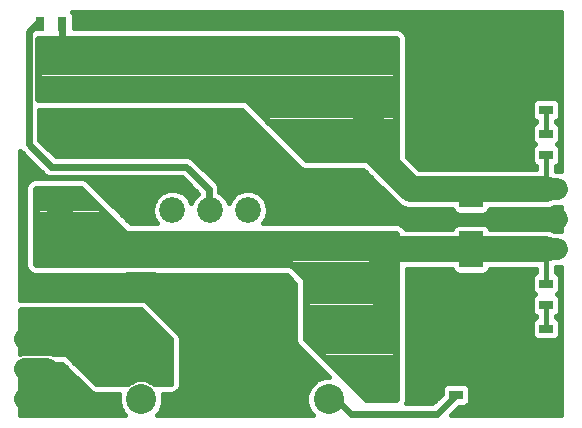
<source format=gtl>
G75*
%MOIN*%
%OFA0B0*%
%FSLAX24Y24*%
%IPPOS*%
%LPD*%
%AMOC8*
5,1,8,0,0,1.08239X$1,22.5*
%
%ADD10C,0.1000*%
%ADD11R,0.1000X0.1000*%
%ADD12C,0.0860*%
%ADD13R,0.0787X0.0472*%
%ADD14C,0.0650*%
%ADD15R,0.0650X0.0650*%
%ADD16R,0.0472X0.0315*%
%ADD17R,0.0315X0.0472*%
%ADD18R,0.0472X0.0787*%
%ADD19C,0.0740*%
%ADD20C,0.0160*%
%ADD21R,0.0396X0.0396*%
%ADD22C,0.0240*%
%ADD23C,0.0860*%
%ADD24C,0.0120*%
D10*
X004680Y001680D03*
X004680Y002930D03*
X010930Y001680D03*
X010930Y005430D03*
D11*
X004680Y005430D03*
D12*
X005727Y007979D03*
X006979Y007979D03*
X008231Y007979D03*
X010731Y007979D03*
X010731Y012979D03*
X001979Y012979D03*
X001979Y007979D03*
D13*
X003180Y002810D03*
X003180Y001550D03*
X015680Y005050D03*
X015680Y006310D03*
X015680Y007050D03*
X015680Y008310D03*
D14*
X013837Y004930D03*
X013837Y002180D03*
X012837Y013391D03*
D15*
X013837Y013391D03*
X012837Y004930D03*
X012837Y002180D03*
D16*
X015180Y001826D03*
X015180Y002534D03*
X018180Y003326D03*
X018180Y004034D03*
X018180Y004826D03*
X018180Y005534D03*
X018180Y009826D03*
X018180Y010534D03*
X018180Y011326D03*
X018180Y012034D03*
D17*
X002034Y014180D03*
X001326Y014180D03*
D18*
X012550Y011430D03*
X013810Y011430D03*
D19*
X017810Y008680D02*
X018550Y008680D01*
X018550Y007680D02*
X017810Y007680D01*
X017810Y006680D02*
X018550Y006680D01*
X001550Y003680D02*
X000810Y003680D01*
X000810Y002680D02*
X001550Y002680D01*
X001550Y001680D02*
X000810Y001680D01*
D20*
X000660Y001160D02*
X000660Y002860D01*
X002047Y002860D01*
X002999Y001909D01*
X003116Y001860D01*
X003244Y001860D01*
X003954Y001860D01*
X003940Y001827D01*
X003940Y001533D01*
X004053Y001261D01*
X004153Y001160D01*
X000660Y001160D01*
X000660Y001314D02*
X004031Y001314D01*
X003965Y001473D02*
X000660Y001473D01*
X000660Y001631D02*
X003940Y001631D01*
X003940Y001790D02*
X000660Y001790D01*
X000660Y001948D02*
X002959Y001948D01*
X002801Y002107D02*
X000660Y002107D01*
X000660Y002265D02*
X002642Y002265D01*
X002484Y002424D02*
X000660Y002424D01*
X000660Y002582D02*
X002325Y002582D01*
X002167Y002741D02*
X000660Y002741D01*
X000660Y003192D02*
X000660Y004660D01*
X000680Y004680D01*
X004680Y004680D01*
X005680Y003680D01*
X005680Y002180D01*
X005113Y002180D01*
X005054Y002240D01*
X004811Y002340D01*
X004549Y002340D01*
X004306Y002240D01*
X004247Y002180D01*
X003180Y002180D01*
X002180Y003180D01*
X001728Y003180D01*
X001655Y003210D01*
X000705Y003210D01*
X000660Y003192D01*
X000660Y003216D02*
X005680Y003216D01*
X005680Y003058D02*
X002302Y003058D01*
X002461Y002899D02*
X005680Y002899D01*
X005680Y002741D02*
X002619Y002741D01*
X002778Y002582D02*
X005680Y002582D01*
X005680Y002424D02*
X002936Y002424D01*
X003095Y002265D02*
X004368Y002265D01*
X004992Y002265D02*
X005680Y002265D01*
X006000Y002265D02*
X010468Y002265D01*
X010511Y002307D02*
X010303Y002099D01*
X010190Y001827D01*
X010190Y001533D01*
X010303Y001261D01*
X010403Y001160D01*
X005207Y001160D01*
X005307Y001261D01*
X005420Y001533D01*
X005420Y001827D01*
X005406Y001860D01*
X005744Y001860D01*
X005861Y001909D01*
X005951Y001999D01*
X006000Y002116D01*
X006000Y003744D01*
X005951Y003861D01*
X005861Y003951D01*
X004861Y004951D01*
X004744Y005000D01*
X000660Y005000D01*
X000660Y009941D01*
X001375Y009226D01*
X001476Y009125D01*
X001608Y009070D01*
X006031Y009070D01*
X006570Y008531D01*
X006570Y008518D01*
X006411Y008359D01*
X006353Y008219D01*
X006295Y008359D01*
X006107Y008547D01*
X005861Y008649D01*
X005594Y008649D01*
X005348Y008547D01*
X005159Y008359D01*
X005057Y008112D01*
X005057Y007846D01*
X005159Y007600D01*
X005219Y007540D01*
X004329Y007540D01*
X002985Y008884D01*
X002884Y008985D01*
X002752Y009040D01*
X001108Y009040D01*
X000976Y008985D01*
X000875Y008884D01*
X000820Y008752D01*
X000820Y006108D01*
X000875Y005976D01*
X000976Y005875D01*
X001108Y005820D01*
X009531Y005820D01*
X009820Y005531D01*
X009820Y003752D01*
X009820Y003608D01*
X009875Y003476D01*
X010931Y002420D01*
X010783Y002420D01*
X010511Y002307D01*
X010310Y002107D02*
X005996Y002107D01*
X005901Y001948D02*
X010240Y001948D01*
X010190Y001790D02*
X005420Y001790D01*
X005420Y001631D02*
X010190Y001631D01*
X010215Y001473D02*
X005395Y001473D01*
X005329Y001314D02*
X010281Y001314D01*
X010927Y002424D02*
X006000Y002424D01*
X006000Y002582D02*
X010769Y002582D01*
X010610Y002741D02*
X006000Y002741D01*
X006000Y002899D02*
X010452Y002899D01*
X010293Y003058D02*
X006000Y003058D01*
X006000Y003216D02*
X010135Y003216D01*
X009976Y003375D02*
X006000Y003375D01*
X006000Y003533D02*
X009851Y003533D01*
X009820Y003692D02*
X006000Y003692D01*
X005956Y003850D02*
X009820Y003850D01*
X009820Y004009D02*
X005804Y004009D01*
X005646Y004167D02*
X009820Y004167D01*
X009820Y004326D02*
X005487Y004326D01*
X005329Y004484D02*
X009820Y004484D01*
X009820Y004643D02*
X005170Y004643D01*
X005012Y004801D02*
X009820Y004801D01*
X009820Y004960D02*
X004841Y004960D01*
X004717Y004643D02*
X000660Y004643D01*
X000660Y004484D02*
X004876Y004484D01*
X005034Y004326D02*
X000660Y004326D01*
X000660Y004167D02*
X005193Y004167D01*
X005351Y004009D02*
X000660Y004009D01*
X000660Y003850D02*
X005510Y003850D01*
X005668Y003692D02*
X000660Y003692D01*
X000660Y003533D02*
X005680Y003533D01*
X005680Y003375D02*
X000660Y003375D01*
X000660Y005118D02*
X009820Y005118D01*
X009820Y005277D02*
X000660Y005277D01*
X000660Y005435D02*
X009820Y005435D01*
X009757Y005594D02*
X000660Y005594D01*
X000660Y005752D02*
X009599Y005752D01*
X008739Y007540D02*
X008799Y007600D01*
X008901Y007846D01*
X008901Y008112D01*
X008799Y008359D01*
X008611Y008547D01*
X008364Y008649D01*
X008098Y008649D01*
X007852Y008547D01*
X007663Y008359D01*
X007605Y008219D01*
X007547Y008359D01*
X007359Y008547D01*
X007290Y008576D01*
X007290Y008752D01*
X007235Y008884D01*
X007134Y008985D01*
X006384Y009735D01*
X006252Y009790D01*
X001829Y009790D01*
X001290Y010329D01*
X001290Y011320D01*
X008031Y011320D01*
X009976Y009375D01*
X010108Y009320D01*
X012092Y009320D01*
X013300Y008112D01*
X013547Y008010D01*
X015053Y008010D01*
X015083Y007938D01*
X015150Y007870D01*
X015239Y007834D01*
X016121Y007834D01*
X016210Y007870D01*
X016277Y007938D01*
X016307Y008010D01*
X018313Y008010D01*
X018458Y008070D01*
X018671Y008070D01*
X018692Y008079D01*
X018692Y007281D01*
X018671Y007290D01*
X018458Y007290D01*
X018313Y007350D01*
X016307Y007350D01*
X016277Y007422D01*
X016210Y007490D01*
X016121Y007526D01*
X015239Y007526D01*
X015150Y007490D01*
X015083Y007422D01*
X015053Y007350D01*
X013499Y007350D01*
X013485Y007384D01*
X013384Y007485D01*
X013252Y007540D01*
X008739Y007540D01*
X008822Y007654D02*
X018692Y007654D01*
X018692Y007496D02*
X016196Y007496D01*
X016291Y007971D02*
X018692Y007971D01*
X018692Y007813D02*
X008887Y007813D01*
X008901Y007971D02*
X015069Y007971D01*
X015164Y007496D02*
X013359Y007496D01*
X013283Y008130D02*
X008894Y008130D01*
X008828Y008288D02*
X013124Y008288D01*
X012966Y008447D02*
X008711Y008447D01*
X008471Y008605D02*
X012807Y008605D01*
X012649Y008764D02*
X007285Y008764D01*
X007290Y008605D02*
X007991Y008605D01*
X007751Y008447D02*
X007459Y008447D01*
X007577Y008288D02*
X007634Y008288D01*
X007197Y008922D02*
X012490Y008922D01*
X012332Y009081D02*
X007039Y009081D01*
X006880Y009239D02*
X012173Y009239D01*
X013540Y009768D02*
X013540Y013752D01*
X013485Y013884D01*
X013384Y013985D01*
X013252Y014040D01*
X002432Y014040D01*
X002432Y014464D01*
X002395Y014552D01*
X002377Y014570D01*
X018692Y014570D01*
X018692Y009281D01*
X018671Y009290D01*
X018500Y009290D01*
X018500Y009443D01*
X018552Y009465D01*
X018620Y009532D01*
X018656Y009620D01*
X018656Y010031D01*
X018620Y010119D01*
X018559Y010180D01*
X018620Y010241D01*
X018656Y010329D01*
X018656Y010740D01*
X018620Y010828D01*
X018552Y010895D01*
X018500Y010917D01*
X018500Y010943D01*
X018552Y010965D01*
X018620Y011032D01*
X018656Y011120D01*
X018656Y011531D01*
X018620Y011619D01*
X018552Y011687D01*
X018464Y011723D01*
X017896Y011723D01*
X017808Y011687D01*
X017740Y011619D01*
X017704Y011531D01*
X017704Y011120D01*
X017740Y011032D01*
X017808Y010965D01*
X017860Y010943D01*
X017860Y010917D01*
X017808Y010895D01*
X017740Y010828D01*
X017704Y010740D01*
X017704Y010329D01*
X017740Y010241D01*
X017801Y010180D01*
X017740Y010119D01*
X017704Y010031D01*
X017704Y009620D01*
X017740Y009532D01*
X017808Y009465D01*
X017860Y009443D01*
X017860Y009350D01*
X013958Y009350D01*
X013540Y009768D01*
X013593Y009715D02*
X017704Y009715D01*
X017704Y009873D02*
X013540Y009873D01*
X013540Y010032D02*
X017704Y010032D01*
X017791Y010190D02*
X013540Y010190D01*
X013540Y010349D02*
X017704Y010349D01*
X017704Y010507D02*
X013540Y010507D01*
X013540Y010666D02*
X017704Y010666D01*
X017739Y010824D02*
X013540Y010824D01*
X013540Y010983D02*
X017790Y010983D01*
X017704Y011141D02*
X013540Y011141D01*
X013540Y011300D02*
X017704Y011300D01*
X017704Y011458D02*
X013540Y011458D01*
X013540Y011617D02*
X017739Y011617D01*
X018180Y011326D02*
X018180Y010534D01*
X018656Y010507D02*
X018692Y010507D01*
X018692Y010349D02*
X018656Y010349D01*
X018692Y010190D02*
X018569Y010190D01*
X018656Y010032D02*
X018692Y010032D01*
X018692Y009873D02*
X018656Y009873D01*
X018656Y009715D02*
X018692Y009715D01*
X018692Y009556D02*
X018630Y009556D01*
X018692Y009398D02*
X018500Y009398D01*
X017860Y009398D02*
X013910Y009398D01*
X013752Y009556D02*
X017730Y009556D01*
X018180Y009826D02*
X018180Y008680D01*
X018345Y007337D02*
X018692Y007337D01*
X018180Y006680D02*
X018180Y005534D01*
X018656Y005594D02*
X018692Y005594D01*
X018656Y005740D02*
X018620Y005828D01*
X018552Y005895D01*
X018500Y005917D01*
X018500Y006070D01*
X018671Y006070D01*
X018692Y006079D01*
X018692Y001160D01*
X015023Y001160D01*
X015292Y001428D01*
X015464Y001428D01*
X015552Y001465D01*
X015620Y001532D01*
X015656Y001620D01*
X015656Y002031D01*
X015620Y002119D01*
X015552Y002187D01*
X015464Y002223D01*
X014896Y002223D01*
X014808Y002187D01*
X014740Y002119D01*
X014704Y002031D01*
X014704Y001859D01*
X014385Y001540D01*
X013512Y001540D01*
X013540Y001608D01*
X013540Y006010D01*
X015053Y006010D01*
X015083Y005938D01*
X015150Y005870D01*
X015239Y005834D01*
X016121Y005834D01*
X016210Y005870D01*
X016277Y005938D01*
X016307Y006010D01*
X017860Y006010D01*
X017860Y005917D01*
X017808Y005895D01*
X017740Y005828D01*
X017704Y005740D01*
X017704Y005329D01*
X017740Y005241D01*
X017801Y005180D01*
X017740Y005119D01*
X017704Y005031D01*
X017704Y004620D01*
X017740Y004532D01*
X017808Y004465D01*
X017860Y004443D01*
X017860Y004417D01*
X017808Y004395D01*
X017740Y004328D01*
X017704Y004240D01*
X017704Y003829D01*
X017740Y003741D01*
X017808Y003673D01*
X017896Y003637D01*
X018464Y003637D01*
X018552Y003673D01*
X018620Y003741D01*
X018656Y003829D01*
X018656Y004240D01*
X018620Y004328D01*
X018552Y004395D01*
X018500Y004417D01*
X018500Y004443D01*
X018552Y004465D01*
X018620Y004532D01*
X018656Y004620D01*
X018656Y005031D01*
X018620Y005119D01*
X018559Y005180D01*
X018620Y005241D01*
X018656Y005329D01*
X018656Y005740D01*
X018651Y005752D02*
X018692Y005752D01*
X018692Y005911D02*
X018515Y005911D01*
X018500Y006069D02*
X018692Y006069D01*
X018692Y005435D02*
X018656Y005435D01*
X018634Y005277D02*
X018692Y005277D01*
X018692Y005118D02*
X018620Y005118D01*
X018656Y004960D02*
X018692Y004960D01*
X018692Y004801D02*
X018656Y004801D01*
X018656Y004643D02*
X018692Y004643D01*
X018692Y004484D02*
X018571Y004484D01*
X018621Y004326D02*
X018692Y004326D01*
X018692Y004167D02*
X018656Y004167D01*
X018656Y004009D02*
X018692Y004009D01*
X018692Y003850D02*
X018656Y003850D01*
X018692Y003692D02*
X018570Y003692D01*
X018692Y003533D02*
X013540Y003533D01*
X013540Y003375D02*
X018692Y003375D01*
X018692Y003216D02*
X013540Y003216D01*
X013540Y003058D02*
X018692Y003058D01*
X018692Y002899D02*
X013540Y002899D01*
X013540Y002741D02*
X018692Y002741D01*
X018692Y002582D02*
X013540Y002582D01*
X013540Y002424D02*
X018692Y002424D01*
X018692Y002265D02*
X013540Y002265D01*
X013540Y002107D02*
X014735Y002107D01*
X014704Y001948D02*
X013540Y001948D01*
X013540Y001790D02*
X014635Y001790D01*
X014476Y001631D02*
X013540Y001631D01*
X015177Y001314D02*
X018692Y001314D01*
X018692Y001473D02*
X015560Y001473D01*
X015656Y001631D02*
X018692Y001631D01*
X018692Y001790D02*
X015656Y001790D01*
X015656Y001948D02*
X018692Y001948D01*
X018692Y002107D02*
X015625Y002107D01*
X013540Y003692D02*
X017790Y003692D01*
X017704Y003850D02*
X013540Y003850D01*
X013540Y004009D02*
X017704Y004009D01*
X017704Y004167D02*
X013540Y004167D01*
X013540Y004326D02*
X017739Y004326D01*
X017789Y004484D02*
X013540Y004484D01*
X013540Y004643D02*
X017704Y004643D01*
X017704Y004801D02*
X013540Y004801D01*
X013540Y004960D02*
X017704Y004960D01*
X017740Y005118D02*
X013540Y005118D01*
X013540Y005277D02*
X017726Y005277D01*
X017704Y005435D02*
X013540Y005435D01*
X013540Y005594D02*
X017704Y005594D01*
X017709Y005752D02*
X013540Y005752D01*
X013540Y005911D02*
X015110Y005911D01*
X016250Y005911D02*
X017845Y005911D01*
X018180Y004826D02*
X018180Y004034D01*
X009953Y009398D02*
X006722Y009398D01*
X006563Y009556D02*
X009795Y009556D01*
X009636Y009715D02*
X006405Y009715D01*
X006179Y008922D02*
X002947Y008922D01*
X002985Y008884D02*
X002985Y008884D01*
X003106Y008764D02*
X006337Y008764D01*
X006496Y008605D02*
X005967Y008605D01*
X006207Y008447D02*
X006499Y008447D01*
X006382Y008288D02*
X006325Y008288D01*
X005487Y008605D02*
X003264Y008605D01*
X003423Y008447D02*
X005247Y008447D01*
X005130Y008288D02*
X003581Y008288D01*
X003740Y008130D02*
X005064Y008130D01*
X005057Y007971D02*
X003898Y007971D01*
X004057Y007813D02*
X005071Y007813D01*
X005137Y007654D02*
X004215Y007654D01*
X001583Y009081D02*
X000660Y009081D01*
X000660Y009239D02*
X001362Y009239D01*
X001203Y009398D02*
X000660Y009398D01*
X000660Y009556D02*
X001045Y009556D01*
X000886Y009715D02*
X000660Y009715D01*
X000660Y009873D02*
X000728Y009873D01*
X001290Y010349D02*
X009002Y010349D01*
X008844Y010507D02*
X001290Y010507D01*
X001290Y010666D02*
X008685Y010666D01*
X008527Y010824D02*
X001290Y010824D01*
X001290Y010983D02*
X008368Y010983D01*
X008210Y011141D02*
X001290Y011141D01*
X001290Y011300D02*
X008051Y011300D01*
X009161Y010190D02*
X001429Y010190D01*
X001588Y010032D02*
X009319Y010032D01*
X009478Y009873D02*
X001746Y009873D01*
X000913Y008922D02*
X000660Y008922D01*
X000660Y008764D02*
X000825Y008764D01*
X000820Y008605D02*
X000660Y008605D01*
X000660Y008447D02*
X000820Y008447D01*
X000820Y008288D02*
X000660Y008288D01*
X000660Y008130D02*
X000820Y008130D01*
X000820Y007971D02*
X000660Y007971D01*
X000660Y007813D02*
X000820Y007813D01*
X000820Y007654D02*
X000660Y007654D01*
X000660Y007496D02*
X000820Y007496D01*
X000820Y007337D02*
X000660Y007337D01*
X000660Y007179D02*
X000820Y007179D01*
X000820Y007020D02*
X000660Y007020D01*
X000660Y006862D02*
X000820Y006862D01*
X000820Y006703D02*
X000660Y006703D01*
X000660Y006545D02*
X000820Y006545D01*
X000820Y006386D02*
X000660Y006386D01*
X000660Y006228D02*
X000820Y006228D01*
X000836Y006069D02*
X000660Y006069D01*
X000660Y005911D02*
X000940Y005911D01*
X002432Y014153D02*
X018692Y014153D01*
X018692Y014311D02*
X002432Y014311D01*
X002430Y014470D02*
X018692Y014470D01*
X018692Y013994D02*
X013363Y013994D01*
X013505Y013836D02*
X018692Y013836D01*
X018692Y013677D02*
X013540Y013677D01*
X013540Y013519D02*
X018692Y013519D01*
X018692Y013360D02*
X013540Y013360D01*
X013540Y013202D02*
X018692Y013202D01*
X018692Y013043D02*
X013540Y013043D01*
X013540Y012885D02*
X018692Y012885D01*
X018692Y012726D02*
X013540Y012726D01*
X013540Y012568D02*
X018692Y012568D01*
X018692Y012409D02*
X013540Y012409D01*
X013540Y012251D02*
X018692Y012251D01*
X018692Y012092D02*
X013540Y012092D01*
X013540Y011934D02*
X018692Y011934D01*
X018692Y011775D02*
X013540Y011775D01*
X018570Y010983D02*
X018692Y010983D01*
X018692Y011141D02*
X018656Y011141D01*
X018656Y011300D02*
X018692Y011300D01*
X018692Y011458D02*
X018656Y011458D01*
X018621Y011617D02*
X018692Y011617D01*
X018692Y010824D02*
X018621Y010824D01*
X018656Y010666D02*
X018692Y010666D01*
D21*
X015652Y010404D03*
X015652Y003711D03*
X002149Y005365D03*
D22*
X001180Y006180D02*
X001180Y008680D01*
X002680Y008680D01*
X004180Y007180D01*
X013180Y007180D01*
X013180Y001680D01*
X012180Y001680D01*
X010180Y003680D01*
X010180Y005680D01*
X009680Y006180D01*
X001180Y006180D01*
X001180Y006404D02*
X013180Y006404D01*
X013180Y006166D02*
X009694Y006166D01*
X009933Y005927D02*
X013180Y005927D01*
X013180Y005689D02*
X010171Y005689D01*
X010180Y005450D02*
X013180Y005450D01*
X013180Y005212D02*
X010180Y005212D01*
X010180Y004973D02*
X013180Y004973D01*
X013180Y004735D02*
X010180Y004735D01*
X010180Y004496D02*
X013180Y004496D01*
X013180Y004258D02*
X010180Y004258D01*
X010180Y004019D02*
X013180Y004019D01*
X013180Y003781D02*
X010180Y003781D01*
X010318Y003542D02*
X013180Y003542D01*
X013180Y003304D02*
X010556Y003304D01*
X010795Y003065D02*
X013180Y003065D01*
X013180Y002827D02*
X011033Y002827D01*
X011272Y002588D02*
X013180Y002588D01*
X013180Y002350D02*
X011510Y002350D01*
X011749Y002111D02*
X013180Y002111D01*
X013180Y001873D02*
X011987Y001873D01*
X011680Y001180D02*
X011180Y001680D01*
X010930Y001680D01*
X011680Y001180D02*
X014534Y001180D01*
X015180Y001826D01*
X015680Y006310D02*
X015680Y006680D01*
X015680Y007050D01*
X013180Y007120D02*
X001180Y007120D01*
X001180Y007358D02*
X004002Y007358D01*
X003763Y007597D02*
X001180Y007597D01*
X001180Y007835D02*
X003525Y007835D01*
X003286Y008074D02*
X001180Y008074D01*
X001180Y008312D02*
X003048Y008312D01*
X002809Y008551D02*
X001180Y008551D01*
X001680Y009430D02*
X006180Y009430D01*
X006930Y008680D01*
X006930Y008028D01*
X006979Y007979D01*
X009878Y009982D02*
X013180Y009982D01*
X013180Y010220D02*
X009640Y010220D01*
X009401Y010459D02*
X013180Y010459D01*
X013180Y010697D02*
X009163Y010697D01*
X008924Y010936D02*
X013180Y010936D01*
X013180Y011174D02*
X008686Y011174D01*
X008447Y011413D02*
X013180Y011413D01*
X013180Y011651D02*
X008209Y011651D01*
X008180Y011680D02*
X001250Y011680D01*
X001250Y013680D01*
X013180Y013680D01*
X013180Y009680D01*
X010180Y009680D01*
X008180Y011680D01*
X010117Y009743D02*
X013180Y009743D01*
X013180Y011890D02*
X001250Y011890D01*
X001250Y012128D02*
X013180Y012128D01*
X013180Y012367D02*
X001250Y012367D01*
X001250Y012605D02*
X013180Y012605D01*
X013180Y012844D02*
X001250Y012844D01*
X001250Y013082D02*
X013180Y013082D01*
X013180Y013321D02*
X001250Y013321D01*
X001250Y013559D02*
X013180Y013559D01*
X013180Y006881D02*
X001180Y006881D01*
X001180Y006643D02*
X013180Y006643D01*
X002034Y012979D02*
X002034Y014180D01*
X001326Y014180D02*
X001180Y014180D01*
X000930Y013930D01*
X000930Y010180D01*
X001680Y009430D01*
X001979Y012979D02*
X002034Y012979D01*
D23*
X012180Y011680D02*
X012180Y011550D01*
X012550Y011430D01*
X012180Y011550D02*
X012180Y010180D01*
X013680Y008680D01*
X015680Y008680D01*
X018180Y008680D01*
X018180Y006680D02*
X015680Y006680D01*
X012680Y006680D01*
X012837Y004930D01*
D24*
X015680Y008310D02*
X015680Y008680D01*
M02*

</source>
